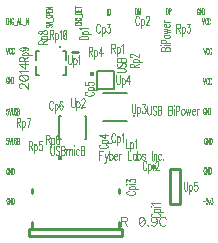
<source format=gto>
G04 DipTrace 2.4.0.2*
%INUSBBiPower.gto*%
%MOIN*%
%ADD10C,0.0098*%
%ADD13C,0.006*%
%ADD30O,0.0114X0.012*%
%ADD34O,0.0102X0.0108*%
%ADD41C,0.0125*%
%ADD45O,0.0144X0.0163*%
%ADD47C,0.0154*%
%ADD49C,0.0157*%
%ADD77C,0.0046*%
%ADD78C,0.0022*%
%ADD79C,0.0033*%
%FSLAX44Y44*%
G04*
G70*
G90*
G75*
G01*
%LNTopSilk*%
%LPD*%
X6220Y9771D2*
D10*
X6416D1*
X5039Y9287D2*
D13*
Y8992D1*
Y9484D2*
Y9779D1*
X6023Y9484D2*
Y9779D1*
Y8992D2*
Y9287D1*
D30*
X5826Y9928D3*
X5039Y8992D2*
D13*
X5137D1*
X5925D2*
X6023D1*
Y9779D2*
X5925D1*
X5039D2*
X5137D1*
X5853Y6850D2*
X5794D1*
Y7637D1*
X5853D1*
X6699D2*
X6640D1*
X6699D2*
Y6850D1*
X6640D1*
D34*
X6563Y7877D3*
X7261Y7468D2*
D13*
X8048D1*
X7261Y8374D2*
X8048D1*
D41*
X8279Y7609D3*
X7610Y9133D2*
D13*
X7057D1*
Y8529D1*
X7610D1*
Y9133D1*
D45*
X6892Y9029D3*
D47*
X8957Y5923D3*
X9498Y5870D2*
D10*
Y4689D1*
X9813Y5870D2*
Y4689D1*
X9498D2*
X9813D1*
X9498Y5870D2*
X9813D1*
X4789Y3866D2*
X7884D1*
X7793Y5059D2*
Y5173D1*
X4880Y5059D2*
Y5173D1*
Y3866D2*
Y4091D1*
X7793Y3866D2*
Y4091D1*
D49*
X5825Y6228D3*
X4789Y3630D2*
D10*
X7884D1*
X4789Y3866D2*
Y3630D1*
X7884Y3866D2*
Y3630D1*
X7667Y6978D2*
D77*
X7659Y7007D1*
X7641Y7035D1*
X7624Y7050D1*
X7590D1*
X7572Y7035D1*
X7555Y7007D1*
X7547Y6978D1*
X7538Y6935D1*
Y6863D1*
X7547Y6820D1*
X7555Y6791D1*
X7572Y6763D1*
X7590Y6748D1*
X7624D1*
X7641Y6763D1*
X7659Y6791D1*
X7667Y6820D1*
X7723Y6949D2*
Y6648D1*
Y6906D2*
X7740Y6935D1*
X7757Y6949D1*
X7783D1*
X7800Y6935D1*
X7817Y6906D1*
X7826Y6863D1*
Y6834D1*
X7817Y6791D1*
X7800Y6762D1*
X7783Y6748D1*
X7757D1*
X7740Y6762D1*
X7723Y6791D1*
X7882Y6992D2*
X7899Y7007D1*
X7925Y7049D1*
Y6748D1*
X8464Y10885D2*
X8455Y10913D1*
X8438Y10942D1*
X8421Y10956D1*
X8386D1*
X8369Y10942D1*
X8352Y10913D1*
X8343Y10885D1*
X8334Y10842D1*
Y10770D1*
X8343Y10727D1*
X8352Y10698D1*
X8369Y10670D1*
X8386Y10655D1*
X8421D1*
X8438Y10670D1*
X8455Y10698D1*
X8464Y10727D1*
X8519Y10856D2*
Y10554D1*
Y10813D2*
X8536Y10841D1*
X8554Y10856D1*
X8579D1*
X8597Y10841D1*
X8614Y10813D1*
X8623Y10770D1*
Y10741D1*
X8614Y10698D1*
X8597Y10669D1*
X8579Y10655D1*
X8554D1*
X8536Y10669D1*
X8519Y10698D1*
X8687Y10884D2*
Y10899D1*
X8696Y10928D1*
X8704Y10942D1*
X8721Y10956D1*
X8756D1*
X8773Y10942D1*
X8781Y10928D1*
X8790Y10899D1*
Y10870D1*
X8781Y10841D1*
X8764Y10799D1*
X8678Y10655D1*
X8799D1*
X7157Y10624D2*
X7148Y10653D1*
X7131Y10682D1*
X7114Y10696D1*
X7079D1*
X7062Y10682D1*
X7045Y10653D1*
X7036Y10624D1*
X7028Y10581D1*
Y10509D1*
X7036Y10467D1*
X7045Y10438D1*
X7062Y10409D1*
X7079Y10395D1*
X7114D1*
X7131Y10409D1*
X7148Y10438D1*
X7157Y10467D1*
X7212Y10596D2*
Y10294D1*
Y10552D2*
X7230Y10581D1*
X7247Y10596D1*
X7273D1*
X7290Y10581D1*
X7307Y10552D1*
X7316Y10509D1*
Y10480D1*
X7307Y10438D1*
X7290Y10409D1*
X7273Y10395D1*
X7247D1*
X7230Y10409D1*
X7212Y10438D1*
X7389Y10696D2*
X7483D1*
X7432Y10581D1*
X7457D1*
X7475Y10567D1*
X7483Y10552D1*
X7492Y10509D1*
Y10481D1*
X7483Y10438D1*
X7466Y10409D1*
X7440Y10395D1*
X7414D1*
X7389Y10409D1*
X7380Y10423D1*
X7371Y10452D1*
X7184Y6676D2*
X7155Y6668D1*
X7126Y6650D1*
X7112Y6633D1*
Y6599D1*
X7126Y6582D1*
X7155Y6564D1*
X7184Y6556D1*
X7227Y6547D1*
X7299D1*
X7342Y6556D1*
X7371Y6564D1*
X7399Y6582D1*
X7414Y6599D1*
Y6633D1*
X7399Y6650D1*
X7371Y6668D1*
X7342Y6676D1*
X7213Y6732D2*
X7514D1*
X7256D2*
X7227Y6749D1*
X7213Y6766D1*
Y6792D1*
X7227Y6809D1*
X7256Y6827D1*
X7299Y6835D1*
X7328D1*
X7371Y6827D1*
X7399Y6809D1*
X7414Y6792D1*
Y6766D1*
X7399Y6749D1*
X7371Y6732D1*
X7414Y6977D2*
X7113D1*
X7313Y6891D1*
Y7020D1*
X6720Y8432D2*
X6692Y8423D1*
X6663Y8406D1*
X6648Y8389D1*
Y8354D1*
X6663Y8337D1*
X6692Y8320D1*
X6720Y8311D1*
X6763Y8303D1*
X6835D1*
X6878Y8311D1*
X6907Y8320D1*
X6935Y8337D1*
X6950Y8354D1*
Y8389D1*
X6935Y8406D1*
X6907Y8423D1*
X6878Y8432D1*
X6749Y8487D2*
X7050D1*
X6792D2*
X6764Y8505D1*
X6749Y8522D1*
Y8548D1*
X6764Y8565D1*
X6792Y8582D1*
X6835Y8591D1*
X6864D1*
X6907Y8582D1*
X6936Y8565D1*
X6950Y8548D1*
Y8522D1*
X6936Y8505D1*
X6907Y8487D1*
X6649Y8750D2*
Y8664D1*
X6778Y8655D1*
X6764Y8664D1*
X6749Y8690D1*
Y8715D1*
X6764Y8741D1*
X6792Y8758D1*
X6835Y8767D1*
X6864D1*
X6907Y8758D1*
X6936Y8741D1*
X6950Y8715D1*
Y8690D1*
X6936Y8664D1*
X6921Y8655D1*
X6893Y8646D1*
X5586Y8058D2*
X5577Y8087D1*
X5560Y8116D1*
X5543Y8130D1*
X5509D1*
X5491Y8116D1*
X5474Y8087D1*
X5465Y8058D1*
X5457Y8015D1*
Y7943D1*
X5465Y7900D1*
X5474Y7872D1*
X5491Y7843D1*
X5509Y7828D1*
X5543D1*
X5560Y7843D1*
X5577Y7872D1*
X5586Y7900D1*
X5641Y8029D2*
Y7728D1*
Y7986D2*
X5659Y8015D1*
X5676Y8029D1*
X5702D1*
X5719Y8015D1*
X5736Y7986D1*
X5745Y7943D1*
Y7914D1*
X5736Y7872D1*
X5719Y7843D1*
X5702Y7828D1*
X5676D1*
X5659Y7843D1*
X5641Y7872D1*
X5904Y8087D2*
X5895Y8115D1*
X5869Y8130D1*
X5852D1*
X5826Y8115D1*
X5809Y8072D1*
X5801Y8001D1*
Y7929D1*
X5809Y7872D1*
X5826Y7843D1*
X5852Y7828D1*
X5861D1*
X5886Y7843D1*
X5904Y7872D1*
X5912Y7915D1*
Y7929D1*
X5904Y7972D1*
X5886Y8001D1*
X5861Y8015D1*
X5852D1*
X5826Y8001D1*
X5809Y7972D1*
X5801Y7929D1*
X8927Y4379D2*
X8899Y4370D1*
X8870Y4353D1*
X8856Y4336D1*
Y4301D1*
X8870Y4284D1*
X8899Y4267D1*
X8927Y4258D1*
X8971Y4250D1*
X9043D1*
X9085Y4258D1*
X9114Y4267D1*
X9143Y4284D1*
X9157Y4301D1*
Y4336D1*
X9143Y4353D1*
X9114Y4370D1*
X9085Y4379D1*
X8956Y4434D2*
X9258D1*
X8999D2*
X8971Y4452D1*
X8956Y4469D1*
Y4495D1*
X8971Y4512D1*
X8999Y4529D1*
X9043Y4538D1*
X9071D1*
X9114Y4529D1*
X9143Y4512D1*
X9157Y4495D1*
Y4469D1*
X9143Y4452D1*
X9114Y4434D1*
X8856Y4593D2*
X8870Y4602D1*
X8856Y4611D1*
X8841Y4602D1*
X8856Y4593D1*
X8956Y4602D2*
X9157D1*
X8914Y4666D2*
X8899Y4684D1*
X8856Y4709D1*
X9157D1*
X8702Y6052D2*
X8694Y6080D1*
X8676Y6109D1*
X8659Y6124D1*
X8625D1*
X8607Y6109D1*
X8590Y6080D1*
X8582Y6052D1*
X8573Y6009D1*
Y5937D1*
X8582Y5894D1*
X8590Y5865D1*
X8607Y5837D1*
X8625Y5822D1*
X8659D1*
X8676Y5837D1*
X8694Y5865D1*
X8702Y5894D1*
X8758Y6023D2*
Y5722D1*
Y5980D2*
X8775Y6008D1*
X8792Y6023D1*
X8818D1*
X8835Y6008D1*
X8852Y5980D1*
X8861Y5937D1*
Y5908D1*
X8852Y5865D1*
X8835Y5836D1*
X8818Y5822D1*
X8792D1*
X8775Y5836D1*
X8758Y5865D1*
X8917Y6124D2*
X8925Y6109D1*
X8934Y6124D1*
X8925Y6138D1*
X8917Y6124D1*
X8925Y6023D2*
Y5822D1*
X8998Y6052D2*
Y6066D1*
X9007Y6095D1*
X9016Y6109D1*
X9033Y6123D1*
X9067D1*
X9084Y6109D1*
X9093Y6095D1*
X9102Y6066D1*
Y6037D1*
X9093Y6008D1*
X9076Y5966D1*
X8990Y5822D1*
X9110D1*
X8108Y5123D2*
X8079Y5115D1*
X8050Y5097D1*
X8036Y5080D1*
Y5046D1*
X8050Y5029D1*
X8079Y5011D1*
X8108Y5003D1*
X8151Y4994D1*
X8223D1*
X8265Y5003D1*
X8294Y5011D1*
X8323Y5029D1*
X8337Y5046D1*
Y5080D1*
X8323Y5097D1*
X8294Y5115D1*
X8265Y5123D1*
X8136Y5179D2*
X8438D1*
X8180D2*
X8151Y5196D1*
X8136Y5213D1*
Y5239D1*
X8151Y5256D1*
X8180Y5274D1*
X8223Y5282D1*
X8252D1*
X8294Y5274D1*
X8323Y5256D1*
X8337Y5239D1*
Y5213D1*
X8323Y5196D1*
X8294Y5179D1*
X8036Y5338D2*
X8050Y5346D1*
X8036Y5355D1*
X8021Y5346D1*
X8036Y5338D1*
X8136Y5346D2*
X8337D1*
X8036Y5428D2*
Y5523D1*
X8151Y5471D1*
Y5497D1*
X8165Y5514D1*
X8180Y5523D1*
X8223Y5531D1*
X8251D1*
X8294Y5523D1*
X8323Y5505D1*
X8337Y5480D1*
Y5454D1*
X8323Y5428D1*
X8309Y5420D1*
X8280Y5411D1*
X6463Y10182D2*
X6765D1*
Y10242D1*
X6750Y10268D1*
X6722Y10286D1*
X6693Y10294D1*
X6650Y10303D1*
X6578D1*
X6535Y10294D1*
X6507Y10286D1*
X6478Y10268D1*
X6463Y10242D1*
Y10182D1*
X6564Y10358D2*
X6865D1*
X6607D2*
X6578Y10376D1*
X6564Y10393D1*
Y10419D1*
X6578Y10436D1*
X6607Y10453D1*
X6650Y10462D1*
X6679D1*
X6722Y10453D1*
X6751Y10436D1*
X6765Y10419D1*
Y10393D1*
X6751Y10376D1*
X6722Y10358D1*
X6521Y10517D2*
X6507Y10535D1*
X6464Y10561D1*
X6765D1*
X8008Y6846D2*
Y6544D1*
X8112D1*
X8167Y6745D2*
Y6444D1*
Y6702D2*
X8184Y6730D1*
X8202Y6745D1*
X8227D1*
X8245Y6730D1*
X8262Y6702D1*
X8271Y6659D1*
Y6630D1*
X8262Y6587D1*
X8245Y6558D1*
X8227Y6544D1*
X8202D1*
X8184Y6558D1*
X8167Y6587D1*
X8326Y6788D2*
X8344Y6802D1*
X8369Y6845D1*
Y6544D1*
X7536Y9884D2*
X7614D1*
X7640Y9898D1*
X7648Y9912D1*
X7657Y9941D1*
Y9970D1*
X7648Y9998D1*
X7640Y10013D1*
X7614Y10027D1*
X7536D1*
Y9726D1*
X7597Y9884D2*
X7657Y9726D1*
X7713Y9927D2*
Y9625D1*
Y9884D2*
X7730Y9912D1*
X7747Y9927D1*
X7773D1*
X7790Y9912D1*
X7807Y9884D1*
X7816Y9841D1*
Y9812D1*
X7807Y9769D1*
X7790Y9740D1*
X7773Y9726D1*
X7747D1*
X7730Y9740D1*
X7713Y9769D1*
X7872Y9970D2*
X7889Y9984D1*
X7915Y10027D1*
Y9726D1*
X8285Y9241D2*
Y9319D1*
X8270Y9344D1*
X8256Y9353D1*
X8227Y9362D1*
X8199D1*
X8170Y9353D1*
X8156Y9344D1*
X8141Y9319D1*
Y9241D1*
X8443D1*
X8285Y9301D2*
X8443Y9362D1*
X8242Y9417D2*
X8543D1*
X8285D2*
X8256Y9435D1*
X8242Y9452D1*
Y9478D1*
X8256Y9495D1*
X8285Y9512D1*
X8328Y9521D1*
X8357D1*
X8400Y9512D1*
X8428Y9495D1*
X8443Y9478D1*
Y9452D1*
X8428Y9435D1*
X8400Y9417D1*
X8213Y9585D2*
X8199D1*
X8170Y9594D1*
X8156Y9602D1*
X8142Y9620D1*
Y9654D1*
X8156Y9671D1*
X8170Y9680D1*
X8199Y9688D1*
X8227D1*
X8256Y9680D1*
X8299Y9663D1*
X8443Y9576D1*
Y9697D1*
X9706Y10556D2*
X9784D1*
X9810Y10570D1*
X9818Y10585D1*
X9827Y10613D1*
Y10642D1*
X9818Y10670D1*
X9810Y10685D1*
X9784Y10699D1*
X9706D1*
Y10398D1*
X9767Y10556D2*
X9827Y10398D1*
X9883Y10599D2*
Y10297D1*
Y10556D2*
X9900Y10584D1*
X9917Y10599D1*
X9943D1*
X9960Y10584D1*
X9977Y10556D1*
X9986Y10513D1*
Y10484D1*
X9977Y10441D1*
X9960Y10412D1*
X9943Y10398D1*
X9917D1*
X9900Y10412D1*
X9883Y10441D1*
X10059Y10699D2*
X10153D1*
X10102Y10584D1*
X10128D1*
X10145Y10570D1*
X10153Y10556D1*
X10162Y10513D1*
Y10484D1*
X10153Y10441D1*
X10136Y10412D1*
X10111Y10398D1*
X10085D1*
X10059Y10412D1*
X10050Y10427D1*
X10042Y10455D1*
X6777Y9778D2*
X6855D1*
X6881Y9792D1*
X6889Y9807D1*
X6898Y9835D1*
Y9864D1*
X6889Y9892D1*
X6881Y9907D1*
X6855Y9921D1*
X6777D1*
Y9620D1*
X6838Y9778D2*
X6898Y9620D1*
X6954Y9821D2*
Y9519D1*
Y9778D2*
X6971Y9806D1*
X6988Y9821D1*
X7014D1*
X7031Y9806D1*
X7048Y9778D1*
X7057Y9735D1*
Y9706D1*
X7048Y9663D1*
X7031Y9634D1*
X7014Y9620D1*
X6988D1*
X6971Y9634D1*
X6954Y9663D1*
X7199Y9620D2*
Y9921D1*
X7113Y9720D1*
X7242D1*
X4781Y6636D2*
X4858D1*
X4884Y6651D1*
X4893Y6665D1*
X4901Y6693D1*
Y6722D1*
X4893Y6751D1*
X4884Y6765D1*
X4858Y6780D1*
X4781D1*
Y6478D1*
X4841Y6636D2*
X4901Y6478D1*
X4957Y6679D2*
Y6378D1*
Y6636D2*
X4974Y6664D1*
X4991Y6679D1*
X5017D1*
X5035Y6664D1*
X5052Y6636D1*
X5060Y6593D1*
Y6564D1*
X5052Y6521D1*
X5035Y6492D1*
X5017Y6478D1*
X4991D1*
X4974Y6492D1*
X4957Y6521D1*
X5219Y6779D2*
X5133D1*
X5125Y6650D1*
X5133Y6664D1*
X5159Y6679D1*
X5185D1*
X5211Y6664D1*
X5228Y6636D1*
X5237Y6593D1*
Y6564D1*
X5228Y6521D1*
X5211Y6492D1*
X5185Y6478D1*
X5159D1*
X5133Y6492D1*
X5125Y6507D1*
X5116Y6535D1*
X5358Y6844D2*
X5435D1*
X5461Y6858D1*
X5470Y6873D1*
X5478Y6901D1*
Y6930D1*
X5470Y6958D1*
X5461Y6973D1*
X5435Y6987D1*
X5358D1*
Y6686D1*
X5418Y6844D2*
X5478Y6686D1*
X5534Y6887D2*
Y6585D1*
Y6844D2*
X5551Y6872D1*
X5568Y6887D1*
X5594D1*
X5612Y6872D1*
X5629Y6844D1*
X5637Y6801D1*
Y6772D1*
X5629Y6729D1*
X5612Y6700D1*
X5594Y6686D1*
X5568D1*
X5551Y6700D1*
X5534Y6729D1*
X5796Y6944D2*
X5788Y6973D1*
X5762Y6987D1*
X5745D1*
X5719Y6973D1*
X5702Y6930D1*
X5693Y6858D1*
Y6786D1*
X5702Y6729D1*
X5719Y6700D1*
X5745Y6686D1*
X5753D1*
X5779Y6700D1*
X5796Y6729D1*
X5805Y6772D1*
Y6786D1*
X5796Y6829D1*
X5779Y6858D1*
X5753Y6872D1*
X5745D1*
X5719Y6858D1*
X5702Y6829D1*
X5693Y6786D1*
X4376Y7422D2*
X4454D1*
X4479Y7436D1*
X4488Y7450D1*
X4497Y7479D1*
Y7508D1*
X4488Y7536D1*
X4479Y7551D1*
X4454Y7565D1*
X4376D1*
Y7264D1*
X4436Y7422D2*
X4497Y7264D1*
X4552Y7465D2*
Y7163D1*
Y7422D2*
X4570Y7450D1*
X4587Y7465D1*
X4613D1*
X4630Y7450D1*
X4647Y7422D1*
X4656Y7378D1*
Y7350D1*
X4647Y7307D1*
X4630Y7278D1*
X4613Y7264D1*
X4587D1*
X4570Y7278D1*
X4552Y7307D1*
X4746Y7264D2*
X4832Y7565D1*
X4711D1*
X5247Y10020D2*
Y10098D1*
X5232Y10123D1*
X5218Y10132D1*
X5190Y10141D1*
X5161D1*
X5132Y10132D1*
X5118Y10123D1*
X5103Y10098D1*
Y10020D1*
X5405D1*
X5247Y10081D2*
X5405Y10141D1*
X5204Y10196D2*
X5505D1*
X5247D2*
X5218Y10214D1*
X5204Y10231D1*
Y10257D1*
X5218Y10274D1*
X5247Y10291D1*
X5290Y10300D1*
X5319D1*
X5362Y10291D1*
X5390Y10274D1*
X5405Y10257D1*
Y10231D1*
X5390Y10214D1*
X5362Y10196D1*
X5104Y10398D2*
X5118Y10373D1*
X5146Y10364D1*
X5175D1*
X5204Y10373D1*
X5218Y10390D1*
X5233Y10424D1*
X5247Y10450D1*
X5276Y10467D1*
X5304Y10476D1*
X5347D1*
X5376Y10467D1*
X5390Y10459D1*
X5405Y10433D1*
Y10398D1*
X5390Y10373D1*
X5376Y10364D1*
X5347Y10355D1*
X5304D1*
X5276Y10364D1*
X5247Y10381D1*
X5233Y10407D1*
X5218Y10441D1*
X5204Y10459D1*
X5175Y10467D1*
X5146D1*
X5118Y10459D1*
X5104Y10433D1*
Y10398D1*
X4615Y9464D2*
Y9541D1*
X4600Y9567D1*
X4586Y9576D1*
X4557Y9584D1*
X4528D1*
X4500Y9576D1*
X4485Y9567D1*
X4471Y9541D1*
Y9464D1*
X4772D1*
X4615Y9524D2*
X4772Y9584D1*
X4572Y9640D2*
X4873D1*
X4615D2*
X4586Y9657D1*
X4572Y9674D1*
Y9700D1*
X4586Y9717D1*
X4615Y9734D1*
X4658Y9743D1*
X4687D1*
X4729Y9734D1*
X4758Y9717D1*
X4772Y9700D1*
Y9674D1*
X4758Y9657D1*
X4729Y9640D1*
X4572Y9911D2*
X4615Y9902D1*
X4643Y9885D1*
X4658Y9859D1*
Y9851D1*
X4643Y9825D1*
X4615Y9808D1*
X4572Y9799D1*
X4557D1*
X4514Y9808D1*
X4486Y9825D1*
X4471Y9851D1*
Y9859D1*
X4486Y9885D1*
X4514Y9902D1*
X4572Y9911D1*
X4643D1*
X4715Y9902D1*
X4758Y9885D1*
X4772Y9859D1*
Y9842D1*
X4758Y9816D1*
X4729Y9808D1*
X5483Y10344D2*
X5561D1*
X5587Y10359D1*
X5595Y10373D1*
X5604Y10401D1*
Y10430D1*
X5595Y10459D1*
X5587Y10473D1*
X5561Y10488D1*
X5483D1*
Y10186D1*
X5544Y10344D2*
X5604Y10186D1*
X5659Y10387D2*
Y10086D1*
Y10344D2*
X5677Y10372D1*
X5694Y10387D1*
X5720D1*
X5737Y10372D1*
X5754Y10344D1*
X5763Y10301D1*
Y10272D1*
X5754Y10229D1*
X5737Y10200D1*
X5720Y10186D1*
X5694D1*
X5677Y10200D1*
X5659Y10229D1*
X5819Y10430D2*
X5836Y10444D1*
X5862Y10487D1*
Y10186D1*
X5969Y10487D2*
X5943Y10473D1*
X5926Y10430D1*
X5917Y10358D1*
Y10315D1*
X5926Y10243D1*
X5943Y10200D1*
X5969Y10186D1*
X5986D1*
X6012Y10200D1*
X6029Y10243D1*
X6038Y10315D1*
Y10358D1*
X6029Y10430D1*
X6012Y10473D1*
X5986Y10487D1*
X5969D1*
X6029Y10430D2*
X5926Y10243D1*
X6093Y9653D2*
Y9438D1*
X6102Y9395D1*
X6119Y9366D1*
X6145Y9351D1*
X6162D1*
X6188Y9366D1*
X6205Y9395D1*
X6214Y9438D1*
Y9653D1*
X6269Y9552D2*
Y9251D1*
Y9509D2*
X6287Y9538D1*
X6304Y9552D1*
X6330D1*
X6347Y9538D1*
X6364Y9509D1*
X6373Y9466D1*
Y9437D1*
X6364Y9395D1*
X6347Y9366D1*
X6330Y9351D1*
X6304D1*
X6287Y9366D1*
X6269Y9395D1*
X6428Y9595D2*
X6446Y9610D1*
X6472Y9653D1*
Y9351D1*
X6195Y8214D2*
Y7998D1*
X6204Y7955D1*
X6221Y7927D1*
X6247Y7912D1*
X6264D1*
X6290Y7927D1*
X6308Y7955D1*
X6316Y7998D1*
Y8214D1*
X6372Y8113D2*
Y7812D1*
Y8070D2*
X6389Y8098D1*
X6406Y8113D1*
X6432D1*
X6449Y8098D1*
X6466Y8070D1*
X6475Y8027D1*
Y7998D1*
X6466Y7955D1*
X6449Y7926D1*
X6432Y7912D1*
X6406D1*
X6389Y7926D1*
X6372Y7955D1*
X6539Y8142D2*
Y8156D1*
X6548Y8185D1*
X6557Y8199D1*
X6574Y8213D1*
X6608D1*
X6625Y8199D1*
X6634Y8185D1*
X6643Y8156D1*
Y8127D1*
X6634Y8098D1*
X6617Y8056D1*
X6531Y7912D1*
X6651D1*
X8217Y8023D2*
Y7808D1*
X8226Y7764D1*
X8243Y7736D1*
X8269Y7721D1*
X8286D1*
X8312Y7736D1*
X8329Y7764D1*
X8338Y7808D1*
Y8023D1*
X8393Y7922D2*
Y7621D1*
Y7879D2*
X8411Y7908D1*
X8428Y7922D1*
X8454D1*
X8471Y7908D1*
X8488Y7879D1*
X8497Y7836D1*
Y7807D1*
X8488Y7764D1*
X8471Y7736D1*
X8454Y7721D1*
X8428D1*
X8411Y7736D1*
X8393Y7764D1*
X8570Y8022D2*
X8664D1*
X8613Y7908D1*
X8638D1*
X8656Y7893D1*
X8664Y7879D1*
X8673Y7836D1*
Y7808D1*
X8664Y7764D1*
X8647Y7736D1*
X8621Y7721D1*
X8595D1*
X8570Y7736D1*
X8561Y7750D1*
X8552Y7779D1*
X7703Y8980D2*
Y8765D1*
X7711Y8721D1*
X7728Y8693D1*
X7754Y8678D1*
X7771D1*
X7797Y8693D1*
X7815Y8721D1*
X7823Y8765D1*
Y8980D1*
X7879Y8879D2*
Y8578D1*
Y8836D2*
X7896Y8865D1*
X7913Y8879D1*
X7939D1*
X7956Y8865D1*
X7973Y8836D1*
X7982Y8793D1*
Y8764D1*
X7973Y8721D1*
X7956Y8693D1*
X7939Y8678D1*
X7913D1*
X7896Y8693D1*
X7879Y8721D1*
X8124Y8678D2*
Y8979D1*
X8038Y8779D1*
X8167D1*
X9952Y5433D2*
Y5218D1*
X9960Y5175D1*
X9978Y5146D1*
X10003Y5132D1*
X10021D1*
X10046Y5146D1*
X10064Y5175D1*
X10072Y5218D1*
Y5433D1*
X10128Y5333D2*
Y5031D1*
Y5289D2*
X10145Y5318D1*
X10162Y5333D1*
X10188D1*
X10205Y5318D1*
X10223Y5289D1*
X10231Y5246D1*
Y5217D1*
X10223Y5175D1*
X10205Y5146D1*
X10188Y5132D1*
X10162D1*
X10145Y5146D1*
X10128Y5175D1*
X10390Y5433D2*
X10304D1*
X10296Y5304D1*
X10304Y5318D1*
X10330Y5333D1*
X10356D1*
X10382Y5318D1*
X10399Y5289D1*
X10407Y5246D1*
Y5218D1*
X10399Y5175D1*
X10382Y5146D1*
X10356Y5132D1*
X10330D1*
X10304Y5146D1*
X10296Y5160D1*
X10287Y5189D1*
X5506Y6624D2*
Y6409D1*
X5515Y6366D1*
X5532Y6337D1*
X5558Y6323D1*
X5575D1*
X5601Y6337D1*
X5618Y6366D1*
X5627Y6409D1*
Y6624D1*
X5803Y6581D2*
X5786Y6610D1*
X5760Y6624D1*
X5725D1*
X5700Y6610D1*
X5682Y6581D1*
Y6553D1*
X5691Y6524D1*
X5700Y6509D1*
X5717Y6495D1*
X5768Y6466D1*
X5786Y6452D1*
X5794Y6437D1*
X5803Y6409D1*
Y6366D1*
X5786Y6337D1*
X5760Y6323D1*
X5725D1*
X5700Y6337D1*
X5682Y6366D1*
X5858Y6624D2*
Y6323D1*
X5936D1*
X5962Y6337D1*
X5970Y6352D1*
X5979Y6380D1*
Y6423D1*
X5970Y6452D1*
X5962Y6466D1*
X5936Y6481D1*
X5962Y6495D1*
X5970Y6509D1*
X5979Y6538D1*
Y6567D1*
X5970Y6595D1*
X5962Y6610D1*
X5936Y6624D1*
X5858D1*
Y6481D2*
X5936D1*
X6035Y6524D2*
Y6323D1*
Y6466D2*
X6060Y6509D1*
X6078Y6524D1*
X6103D1*
X6121Y6509D1*
X6129Y6466D1*
Y6323D1*
Y6466D2*
X6155Y6509D1*
X6172Y6524D1*
X6198D1*
X6215Y6509D1*
X6224Y6466D1*
Y6323D1*
X6280Y6624D2*
X6288Y6610D1*
X6297Y6624D1*
X6288Y6639D1*
X6280Y6624D1*
X6288Y6524D2*
Y6323D1*
X6456Y6481D2*
X6439Y6509D1*
X6422Y6524D1*
X6396D1*
X6379Y6509D1*
X6361Y6481D1*
X6353Y6437D1*
Y6409D1*
X6361Y6366D1*
X6379Y6337D1*
X6396Y6323D1*
X6422D1*
X6439Y6337D1*
X6456Y6366D1*
X6512Y6624D2*
Y6323D1*
X6589D1*
X6615Y6337D1*
X6624Y6352D1*
X6632Y6380D1*
Y6423D1*
X6624Y6452D1*
X6615Y6466D1*
X6589Y6481D1*
X6615Y6495D1*
X6624Y6509D1*
X6632Y6538D1*
Y6567D1*
X6624Y6595D1*
X6615Y6610D1*
X6589Y6624D1*
X6512D1*
Y6481D2*
X6589D1*
X10700Y6848D2*
D78*
X10695Y6867D1*
X10685Y6887D1*
X10676Y6896D1*
X10657D1*
X10647Y6887D1*
X10638Y6867D1*
X10633Y6848D1*
X10628Y6820D1*
Y6772D1*
X10633Y6743D1*
X10638Y6724D1*
X10647Y6705D1*
X10657Y6695D1*
X10676D1*
X10685Y6705D1*
X10695Y6724D1*
X10700Y6743D1*
Y6772D1*
X10676D1*
X10789Y6896D2*
Y6695D1*
X10722Y6896D1*
Y6695D1*
X10811Y6896D2*
Y6695D1*
X10844D1*
X10858Y6705D1*
X10868Y6724D1*
X10873Y6743D1*
X10878Y6772D1*
Y6820D1*
X10873Y6848D1*
X10868Y6867D1*
X10858Y6887D1*
X10844Y6896D1*
X10811D1*
X10454Y11162D2*
X10449Y11181D1*
X10439Y11201D1*
X10430Y11210D1*
X10411D1*
X10401Y11201D1*
X10392Y11181D1*
X10387Y11162D1*
X10382Y11134D1*
Y11086D1*
X10387Y11057D1*
X10392Y11038D1*
X10401Y11019D1*
X10411Y11009D1*
X10430D1*
X10439Y11019D1*
X10449Y11038D1*
X10454Y11057D1*
Y11086D1*
X10430D1*
X10543Y11210D2*
Y11009D1*
X10476Y11210D1*
Y11009D1*
X10564Y11210D2*
Y11009D1*
X10598D1*
X10612Y11019D1*
X10622Y11038D1*
X10627Y11057D1*
X10631Y11086D1*
Y11134D1*
X10627Y11162D1*
X10622Y11181D1*
X10612Y11201D1*
X10598Y11210D1*
X10564D1*
X4084Y7871D2*
X4036D1*
X4031Y7785D1*
X4036Y7795D1*
X4050Y7805D1*
X4065D1*
X4079Y7795D1*
X4089Y7776D1*
X4093Y7747D1*
Y7728D1*
X4089Y7699D1*
X4079Y7680D1*
X4065Y7671D1*
X4050D1*
X4036Y7680D1*
X4031Y7690D1*
X4026Y7709D1*
X4115Y7872D2*
X4154Y7671D1*
X4192Y7872D1*
X4214D2*
Y7728D1*
X4218Y7699D1*
X4228Y7680D1*
X4242Y7671D1*
X4252D1*
X4266Y7680D1*
X4276Y7699D1*
X4281Y7728D1*
Y7872D1*
X4369Y7843D2*
X4360Y7862D1*
X4346Y7872D1*
X4326D1*
X4312Y7862D1*
X4302Y7843D1*
Y7824D1*
X4307Y7805D1*
X4312Y7795D1*
X4322Y7786D1*
X4350Y7766D1*
X4360Y7757D1*
X4365Y7747D1*
X4369Y7728D1*
Y7699D1*
X4360Y7680D1*
X4346Y7671D1*
X4326D1*
X4312Y7680D1*
X4302Y7699D1*
X4391Y7872D2*
Y7671D1*
X4434D1*
X4449Y7680D1*
X4454Y7690D1*
X4458Y7709D1*
Y7738D1*
X4454Y7757D1*
X4449Y7766D1*
X4434Y7776D1*
X4449Y7786D1*
X4454Y7795D1*
X4458Y7814D1*
Y7833D1*
X4454Y7852D1*
X4449Y7862D1*
X4434Y7872D1*
X4391D1*
Y7776D2*
X4434D1*
X4106Y5830D2*
X4101Y5849D1*
X4091Y5868D1*
X4082Y5877D1*
X4063D1*
X4053Y5868D1*
X4044Y5849D1*
X4039Y5830D1*
X4034Y5801D1*
Y5753D1*
X4039Y5724D1*
X4044Y5705D1*
X4053Y5686D1*
X4063Y5676D1*
X4082D1*
X4091Y5686D1*
X4101Y5705D1*
X4106Y5724D1*
Y5753D1*
X4082D1*
X4195Y5877D2*
Y5676D1*
X4128Y5877D1*
Y5676D1*
X4217Y5877D2*
Y5676D1*
X4250D1*
X4264Y5686D1*
X4274Y5705D1*
X4279Y5724D1*
X4284Y5753D1*
Y5801D1*
X4279Y5830D1*
X4274Y5849D1*
X4264Y5868D1*
X4250Y5877D1*
X4217D1*
X6376Y10720D2*
X6357Y10716D1*
X6338Y10706D1*
X6329Y10696D1*
Y10677D1*
X6338Y10668D1*
X6357Y10658D1*
X6376Y10653D1*
X6405Y10649D1*
X6453D1*
X6482Y10653D1*
X6501Y10658D1*
X6520Y10668D1*
X6530Y10677D1*
Y10696D1*
X6520Y10706D1*
X6501Y10716D1*
X6482Y10720D1*
X6329Y10742D2*
X6530D1*
X6329Y10809D2*
X6530D1*
X6424Y10742D2*
Y10809D1*
X6376Y10903D2*
X6357Y10898D1*
X6338Y10888D1*
X6329Y10879D1*
Y10860D1*
X6338Y10850D1*
X6357Y10841D1*
X6376Y10836D1*
X6405Y10831D1*
X6453D1*
X6482Y10836D1*
X6501Y10841D1*
X6520Y10850D1*
X6530Y10860D1*
Y10879D1*
X6520Y10888D1*
X6501Y10898D1*
X6482Y10903D1*
X6453D1*
Y10879D1*
X6563Y10925D2*
Y11015D1*
X6329Y11037D2*
X6530D1*
Y11071D1*
X6520Y11085D1*
X6501Y11095D1*
X6482Y11100D1*
X6453Y11104D1*
X6405D1*
X6376Y11100D1*
X6357Y11095D1*
X6338Y11085D1*
X6329Y11071D1*
Y11037D1*
Y11188D2*
Y11126D1*
X6530D1*
Y11188D1*
X6424Y11126D2*
Y11164D1*
X6329Y11244D2*
X6530D1*
X6329Y11210D2*
Y11277D1*
X4078Y10843D2*
X4074Y10862D1*
X4064Y10881D1*
X4055Y10891D1*
X4035D1*
X4026Y10881D1*
X4016Y10862D1*
X4011Y10843D1*
X4007Y10814D1*
Y10766D1*
X4011Y10738D1*
X4016Y10718D1*
X4026Y10699D1*
X4035Y10690D1*
X4055D1*
X4064Y10699D1*
X4074Y10718D1*
X4078Y10738D1*
X4100Y10891D2*
Y10690D1*
X4167Y10891D2*
Y10690D1*
X4100Y10795D2*
X4167D1*
X4261Y10843D2*
X4256Y10862D1*
X4247Y10881D1*
X4237Y10891D1*
X4218D1*
X4208Y10881D1*
X4199Y10862D1*
X4194Y10843D1*
X4189Y10814D1*
Y10766D1*
X4194Y10738D1*
X4199Y10718D1*
X4208Y10699D1*
X4218Y10690D1*
X4237D1*
X4247Y10699D1*
X4256Y10718D1*
X4261Y10738D1*
Y10766D1*
X4237D1*
X4283Y10657D2*
X4374D1*
X4472Y10690D2*
X4434Y10891D1*
X4396Y10690D1*
X4410Y10757D2*
X4458D1*
X4494Y10891D2*
Y10690D1*
X4551D1*
X4573Y10657D2*
X4664D1*
X4753Y10891D2*
Y10690D1*
X4686Y10891D1*
Y10690D1*
X5372Y10649D2*
X5352Y10639D1*
X5343Y10625D1*
Y10606D1*
X5352Y10591D1*
X5372Y10582D1*
X5391D1*
X5410Y10586D1*
X5419Y10591D1*
X5429Y10601D1*
X5448Y10629D1*
X5458Y10639D1*
X5467Y10644D1*
X5486Y10649D1*
X5515D1*
X5534Y10639D1*
X5544Y10625D1*
Y10606D1*
X5534Y10591D1*
X5515Y10582D1*
X5343Y10670D2*
X5544Y10694D1*
X5343Y10718D1*
X5544Y10742D1*
X5343Y10766D1*
X5577Y10788D2*
Y10879D1*
X5343Y10929D2*
X5352Y10920D1*
X5372Y10910D1*
X5391Y10905D1*
X5419Y10901D1*
X5467D1*
X5496Y10905D1*
X5515Y10910D1*
X5534Y10920D1*
X5544Y10929D1*
Y10949D1*
X5534Y10958D1*
X5515Y10968D1*
X5496Y10972D1*
X5467Y10977D1*
X5419D1*
X5391Y10972D1*
X5372Y10968D1*
X5352Y10958D1*
X5343Y10949D1*
Y10929D1*
X5448Y10999D2*
Y11042D1*
X5439Y11056D1*
X5429Y11061D1*
X5410Y11066D1*
X5381D1*
X5362Y11061D1*
X5352Y11056D1*
X5343Y11042D1*
Y10999D1*
X5544D1*
X5343Y11150D2*
Y11088D1*
X5544D1*
Y11150D1*
X5439Y11088D2*
Y11126D1*
X5343Y11239D2*
X5544D1*
X5343Y11172D1*
X5544D1*
X7394Y11200D2*
Y10999D1*
X7416Y11200D2*
Y10999D1*
X7450D1*
X7464Y11009D1*
X7474Y11028D1*
X7478Y11047D1*
X7483Y11076D1*
Y11124D1*
X7478Y11152D1*
X7474Y11172D1*
X7464Y11191D1*
X7450Y11200D1*
X7416D1*
X8335Y11208D2*
Y11007D1*
X8368D1*
X8383Y11017D1*
X8392Y11036D1*
X8397Y11055D1*
X8402Y11084D1*
Y11132D1*
X8397Y11161D1*
X8392Y11180D1*
X8383Y11199D1*
X8368Y11208D1*
X8335D1*
X8500Y11007D2*
Y11208D1*
X8462Y11007D1*
X8424Y11208D1*
Y11007D1*
X9354Y11227D2*
Y11026D1*
X9388D1*
X9402Y11035D1*
X9412Y11054D1*
X9416Y11074D1*
X9421Y11102D1*
Y11150D1*
X9416Y11179D1*
X9412Y11198D1*
X9402Y11217D1*
X9388Y11227D1*
X9354D1*
X9443Y11121D2*
X9486D1*
X9500Y11131D1*
X9505Y11141D1*
X9510Y11160D1*
Y11188D1*
X9505Y11207D1*
X9500Y11217D1*
X9486Y11227D1*
X9443D1*
Y11026D1*
X8733Y7962D2*
D77*
Y7747D1*
X8742Y7704D1*
X8759Y7675D1*
X8785Y7661D1*
X8802D1*
X8828Y7675D1*
X8845Y7704D1*
X8854Y7747D1*
Y7962D1*
X9030Y7919D2*
X9013Y7948D1*
X8987Y7962D1*
X8952D1*
X8926Y7948D1*
X8909Y7919D1*
Y7891D1*
X8918Y7862D1*
X8926Y7847D1*
X8944Y7833D1*
X8995Y7804D1*
X9013Y7790D1*
X9021Y7776D1*
X9030Y7747D1*
Y7704D1*
X9013Y7675D1*
X8987Y7661D1*
X8952D1*
X8926Y7675D1*
X8909Y7704D1*
X9085Y7962D2*
Y7661D1*
X9163D1*
X9189Y7675D1*
X9197Y7690D1*
X9206Y7718D1*
Y7761D1*
X9197Y7790D1*
X9189Y7804D1*
X9163Y7819D1*
X9189Y7833D1*
X9197Y7847D1*
X9206Y7876D1*
Y7905D1*
X9197Y7933D1*
X9189Y7948D1*
X9163Y7962D1*
X9085D1*
Y7819D2*
X9163D1*
X9436Y7962D2*
Y7661D1*
X9514D1*
X9540Y7675D1*
X9548Y7690D1*
X9557Y7718D1*
Y7761D1*
X9548Y7790D1*
X9540Y7804D1*
X9514Y7819D1*
X9540Y7833D1*
X9548Y7847D1*
X9557Y7876D1*
Y7905D1*
X9548Y7933D1*
X9540Y7948D1*
X9514Y7962D1*
X9436D1*
Y7819D2*
X9514D1*
X9613Y7962D2*
X9621Y7948D1*
X9630Y7962D1*
X9621Y7977D1*
X9613Y7962D1*
X9621Y7862D2*
Y7661D1*
X9685Y7804D2*
X9763D1*
X9789Y7819D1*
X9797Y7833D1*
X9806Y7862D1*
Y7905D1*
X9797Y7933D1*
X9789Y7948D1*
X9763Y7962D1*
X9685D1*
Y7661D1*
X9905Y7862D2*
X9887Y7847D1*
X9870Y7819D1*
X9862Y7776D1*
Y7747D1*
X9870Y7704D1*
X9887Y7675D1*
X9905Y7661D1*
X9930D1*
X9948Y7675D1*
X9965Y7704D1*
X9974Y7747D1*
Y7776D1*
X9965Y7819D1*
X9948Y7847D1*
X9930Y7862D1*
X9905D1*
X10029D2*
X10064Y7661D1*
X10098Y7862D1*
X10132Y7661D1*
X10167Y7862D1*
X10223Y7776D2*
X10326D1*
Y7804D1*
X10317Y7833D1*
X10309Y7847D1*
X10291Y7862D1*
X10265D1*
X10248Y7847D1*
X10231Y7819D1*
X10223Y7776D1*
Y7747D1*
X10231Y7704D1*
X10248Y7675D1*
X10265Y7661D1*
X10291D1*
X10309Y7675D1*
X10326Y7704D1*
X10381Y7862D2*
Y7661D1*
Y7776D2*
X10390Y7819D1*
X10407Y7847D1*
X10425Y7862D1*
X10450D1*
X7855Y4117D2*
X7984D1*
X8027Y4131D1*
X8042Y4146D1*
X8056Y4174D1*
Y4203D1*
X8042Y4232D1*
X8027Y4246D1*
X7984Y4260D1*
X7855D1*
Y3959D1*
X7955Y4117D2*
X8056Y3959D1*
X8526Y4260D2*
X8483Y4246D1*
X8454Y4203D1*
X8440Y4131D1*
Y4088D1*
X8454Y4016D1*
X8483Y3973D1*
X8526Y3959D1*
X8555D1*
X8598Y3973D1*
X8626Y4016D1*
X8641Y4088D1*
Y4131D1*
X8626Y4203D1*
X8598Y4246D1*
X8555Y4260D1*
X8526D1*
X8626Y4203D2*
X8454Y4016D1*
X8748Y3988D2*
X8734Y3973D1*
X8748Y3959D1*
X8762Y3973D1*
X8748Y3988D1*
X9042Y4160D2*
X9027Y4117D1*
X8999Y4088D1*
X8956Y4074D1*
X8941D1*
X8898Y4088D1*
X8870Y4117D1*
X8855Y4160D1*
Y4174D1*
X8870Y4217D1*
X8898Y4246D1*
X8941Y4260D1*
X8956D1*
X8999Y4246D1*
X9027Y4217D1*
X9042Y4160D1*
Y4088D1*
X9027Y4016D1*
X8999Y3973D1*
X8956Y3959D1*
X8927D1*
X8884Y3973D1*
X8870Y4002D1*
X9350Y4189D2*
X9335Y4217D1*
X9307Y4246D1*
X9278Y4260D1*
X9221D1*
X9192Y4246D1*
X9163Y4217D1*
X9149Y4189D1*
X9134Y4146D1*
Y4074D1*
X9149Y4031D1*
X9163Y4002D1*
X9192Y3974D1*
X9221Y3959D1*
X9278D1*
X9307Y3974D1*
X9335Y4002D1*
X9350Y4031D1*
X7246Y6462D2*
X7134D1*
Y6161D1*
Y6319D2*
X7203D1*
X7311Y6362D2*
X7362Y6161D1*
X7345Y6103D1*
X7328Y6075D1*
X7311Y6060D1*
X7302D1*
X7414Y6362D2*
X7362Y6161D1*
X7470Y6462D2*
Y6161D1*
Y6319D2*
X7487Y6348D1*
X7504Y6362D1*
X7530D1*
X7547Y6348D1*
X7564Y6319D1*
X7573Y6276D1*
Y6247D1*
X7564Y6204D1*
X7547Y6175D1*
X7530Y6161D1*
X7504D1*
X7487Y6175D1*
X7470Y6204D1*
X7629Y6276D2*
X7732D1*
Y6304D1*
X7723Y6333D1*
X7715Y6348D1*
X7697Y6362D1*
X7671D1*
X7654Y6348D1*
X7637Y6319D1*
X7629Y6276D1*
Y6247D1*
X7637Y6204D1*
X7654Y6175D1*
X7671Y6161D1*
X7697D1*
X7715Y6175D1*
X7732Y6204D1*
X7787Y6362D2*
Y6161D1*
Y6276D2*
X7796Y6319D1*
X7813Y6348D1*
X7831Y6362D1*
X7856D1*
X8087Y6462D2*
Y6161D1*
X8190D1*
X8349Y6362D2*
Y6161D1*
Y6319D2*
X8332Y6348D1*
X8315Y6362D1*
X8289D1*
X8272Y6348D1*
X8255Y6319D1*
X8246Y6276D1*
Y6247D1*
X8255Y6204D1*
X8272Y6175D1*
X8289Y6161D1*
X8315D1*
X8332Y6175D1*
X8349Y6204D1*
X8405Y6462D2*
Y6161D1*
Y6319D2*
X8422Y6348D1*
X8439Y6362D1*
X8465D1*
X8482Y6348D1*
X8499Y6319D1*
X8508Y6276D1*
Y6247D1*
X8499Y6204D1*
X8482Y6175D1*
X8465Y6161D1*
X8439D1*
X8422Y6175D1*
X8405Y6204D1*
X8658Y6319D2*
X8650Y6348D1*
X8624Y6362D1*
X8598D1*
X8572Y6348D1*
X8563Y6319D1*
X8572Y6290D1*
X8589Y6276D1*
X8632Y6261D1*
X8650Y6247D1*
X8658Y6218D1*
Y6204D1*
X8650Y6175D1*
X8624Y6161D1*
X8598D1*
X8572Y6175D1*
X8563Y6204D1*
X8889Y6462D2*
Y6161D1*
X8944Y6362D2*
Y6161D1*
Y6304D2*
X8970Y6348D1*
X8988Y6362D1*
X9013D1*
X9030Y6348D1*
X9039Y6304D1*
Y6161D1*
X9198Y6319D2*
X9181Y6348D1*
X9163Y6362D1*
X9138D1*
X9120Y6348D1*
X9103Y6319D1*
X9095Y6276D1*
Y6247D1*
X9103Y6204D1*
X9120Y6175D1*
X9138Y6161D1*
X9163D1*
X9181Y6175D1*
X9198Y6204D1*
X9262Y6190D2*
X9254Y6175D1*
X9262Y6161D1*
X9271Y6175D1*
X9262Y6190D1*
X10596Y4789D2*
D78*
X10651D1*
X10682Y4890D2*
X10735D1*
X10706Y4813D1*
X10721D1*
X10730Y4804D1*
X10735Y4794D1*
X10740Y4765D1*
Y4746D1*
X10735Y4718D1*
X10725Y4698D1*
X10711Y4689D1*
X10697D1*
X10682Y4698D1*
X10678Y4708D1*
X10673Y4727D1*
X10762Y4823D2*
X10790Y4689D1*
X10819Y4823D1*
X10850Y4890D2*
X10903D1*
X10874Y4813D1*
X10889D1*
X10898Y4804D1*
X10903Y4794D1*
X10908Y4765D1*
Y4746D1*
X10903Y4718D1*
X10893Y4698D1*
X10879Y4689D1*
X10865D1*
X10850Y4698D1*
X10846Y4708D1*
X10841Y4727D1*
X10676Y5858D2*
X10671Y5877D1*
X10661Y5896D1*
X10652Y5906D1*
X10633D1*
X10623Y5896D1*
X10613Y5877D1*
X10609Y5858D1*
X10604Y5829D1*
Y5781D1*
X10609Y5753D1*
X10613Y5733D1*
X10623Y5714D1*
X10633Y5705D1*
X10652D1*
X10661Y5714D1*
X10671Y5733D1*
X10676Y5753D1*
Y5781D1*
X10652D1*
X10764Y5906D2*
Y5705D1*
X10697Y5906D1*
Y5705D1*
X10786Y5906D2*
Y5705D1*
X10820D1*
X10834Y5714D1*
X10844Y5733D1*
X10849Y5753D1*
X10853Y5781D1*
Y5829D1*
X10849Y5858D1*
X10844Y5877D1*
X10834Y5896D1*
X10820Y5906D1*
X10786D1*
X10662Y7848D2*
X10657Y7867D1*
X10647Y7886D1*
X10638Y7895D1*
X10619D1*
X10609Y7886D1*
X10600Y7867D1*
X10595Y7848D1*
X10590Y7819D1*
Y7771D1*
X10595Y7742D1*
X10600Y7723D1*
X10609Y7704D1*
X10619Y7694D1*
X10638D1*
X10647Y7704D1*
X10657Y7723D1*
X10662Y7742D1*
Y7771D1*
X10638D1*
X10750Y7895D2*
Y7694D1*
X10684Y7895D1*
Y7694D1*
X10772Y7895D2*
Y7694D1*
X10806D1*
X10820Y7704D1*
X10830Y7723D1*
X10835Y7742D1*
X10839Y7771D1*
Y7819D1*
X10835Y7848D1*
X10830Y7867D1*
X10820Y7886D1*
X10806Y7895D1*
X10772D1*
X10557Y10885D2*
X10595Y10684D1*
X10633Y10885D1*
X10727Y10838D2*
X10722Y10857D1*
X10712Y10876D1*
X10703Y10885D1*
X10684D1*
X10674Y10876D1*
X10665Y10857D1*
X10660Y10838D1*
X10655Y10809D1*
Y10761D1*
X10660Y10732D1*
X10665Y10713D1*
X10674Y10694D1*
X10684Y10684D1*
X10703D1*
X10712Y10694D1*
X10722Y10713D1*
X10727Y10732D1*
X10820Y10838D2*
X10816Y10857D1*
X10806Y10876D1*
X10797Y10885D1*
X10777D1*
X10768Y10876D1*
X10758Y10857D1*
X10753Y10838D1*
X10749Y10809D1*
Y10761D1*
X10753Y10732D1*
X10758Y10713D1*
X10768Y10694D1*
X10777Y10684D1*
X10797D1*
X10806Y10694D1*
X10816Y10713D1*
X10820Y10732D1*
X10603Y9893D2*
X10641Y9692D1*
X10679Y9893D1*
X10773Y9845D2*
X10768Y9864D1*
X10758Y9883D1*
X10749Y9893D1*
X10730D1*
X10720Y9883D1*
X10710Y9864D1*
X10706Y9845D1*
X10701Y9816D1*
Y9768D1*
X10706Y9740D1*
X10710Y9720D1*
X10720Y9701D1*
X10730Y9692D1*
X10749D1*
X10758Y9701D1*
X10768Y9720D1*
X10773Y9740D1*
X10866Y9845D2*
X10861Y9864D1*
X10852Y9883D1*
X10842Y9893D1*
X10823D1*
X10814Y9883D1*
X10804Y9864D1*
X10799Y9845D1*
X10794Y9816D1*
Y9768D1*
X10799Y9740D1*
X10804Y9720D1*
X10814Y9701D1*
X10823Y9692D1*
X10842D1*
X10852Y9701D1*
X10861Y9720D1*
X10866Y9740D1*
X10593Y8891D2*
X10631Y8690D1*
X10669Y8891D1*
X10763Y8843D2*
X10758Y8862D1*
X10748Y8881D1*
X10739Y8891D1*
X10720D1*
X10710Y8881D1*
X10701Y8862D1*
X10696Y8843D1*
X10691Y8814D1*
Y8766D1*
X10696Y8738D1*
X10701Y8718D1*
X10710Y8699D1*
X10720Y8690D1*
X10739D1*
X10748Y8699D1*
X10758Y8718D1*
X10763Y8738D1*
X10856Y8843D2*
X10852Y8862D1*
X10842Y8881D1*
X10832Y8891D1*
X10813D1*
X10804Y8881D1*
X10794Y8862D1*
X10789Y8843D1*
X10785Y8814D1*
Y8766D1*
X10789Y8738D1*
X10794Y8718D1*
X10804Y8699D1*
X10813Y8690D1*
X10832D1*
X10842Y8699D1*
X10852Y8718D1*
X10856Y8738D1*
X4526Y8545D2*
D79*
X4511D1*
X4482Y8560D1*
X4468Y8574D1*
X4454Y8603D1*
Y8660D1*
X4468Y8689D1*
X4482Y8703D1*
X4511Y8718D1*
X4540D1*
X4569Y8703D1*
X4611Y8674D1*
X4755Y8531D1*
Y8732D1*
X4454Y8884D2*
X4468Y8840D1*
X4511Y8812D1*
X4583Y8797D1*
X4626D1*
X4698Y8812D1*
X4741Y8840D1*
X4755Y8884D1*
Y8912D1*
X4741Y8955D1*
X4698Y8984D1*
X4626Y8998D1*
X4583D1*
X4511Y8984D1*
X4468Y8955D1*
X4454Y8912D1*
Y8884D1*
X4511Y8984D2*
X4698Y8812D1*
X4511Y9064D2*
X4497Y9093D1*
X4454Y9136D1*
X4755D1*
Y9345D2*
X4454D1*
X4655Y9202D1*
Y9417D1*
X4087Y6894D2*
D78*
X4039D1*
X4034Y6808D1*
X4039Y6817D1*
X4053Y6827D1*
X4068D1*
X4082Y6817D1*
X4092Y6798D1*
X4096Y6770D1*
Y6751D1*
X4092Y6722D1*
X4082Y6703D1*
X4068Y6693D1*
X4053D1*
X4039Y6703D1*
X4034Y6712D1*
X4029Y6731D1*
X4118Y6894D2*
X4156Y6693D1*
X4195Y6894D1*
X4217D2*
Y6751D1*
X4221Y6722D1*
X4231Y6703D1*
X4245Y6693D1*
X4255D1*
X4269Y6703D1*
X4279Y6722D1*
X4284Y6751D1*
Y6894D1*
X4372Y6865D2*
X4363Y6885D1*
X4348Y6894D1*
X4329D1*
X4315Y6885D1*
X4305Y6865D1*
Y6846D1*
X4310Y6827D1*
X4315Y6818D1*
X4325Y6808D1*
X4353Y6789D1*
X4363Y6779D1*
X4368Y6770D1*
X4372Y6751D1*
Y6722D1*
X4363Y6703D1*
X4348Y6693D1*
X4329D1*
X4315Y6703D1*
X4305Y6722D1*
X4394Y6894D2*
Y6693D1*
X4437D1*
X4452Y6703D1*
X4456Y6712D1*
X4461Y6731D1*
Y6760D1*
X4456Y6779D1*
X4452Y6789D1*
X4437Y6798D1*
X4452Y6808D1*
X4456Y6818D1*
X4461Y6837D1*
Y6856D1*
X4456Y6875D1*
X4452Y6885D1*
X4437Y6894D1*
X4394D1*
Y6798D2*
X4437D1*
X4107Y4850D2*
X4102Y4869D1*
X4092Y4889D1*
X4083Y4898D1*
X4064D1*
X4054Y4889D1*
X4045Y4869D1*
X4040Y4850D1*
X4035Y4822D1*
Y4774D1*
X4040Y4745D1*
X4045Y4726D1*
X4054Y4707D1*
X4064Y4697D1*
X4083D1*
X4092Y4707D1*
X4102Y4726D1*
X4107Y4745D1*
Y4774D1*
X4083D1*
X4195Y4898D2*
Y4697D1*
X4129Y4898D1*
Y4697D1*
X4217Y4898D2*
Y4697D1*
X4251D1*
X4265Y4707D1*
X4275Y4726D1*
X4280Y4745D1*
X4284Y4774D1*
Y4822D1*
X4280Y4850D1*
X4275Y4869D1*
X4265Y4889D1*
X4251Y4898D1*
X4217D1*
X4093Y8871D2*
X4088Y8890D1*
X4079Y8909D1*
X4069Y8919D1*
X4050D1*
X4040Y8909D1*
X4031Y8890D1*
X4026Y8871D1*
X4021Y8842D1*
Y8794D1*
X4026Y8766D1*
X4031Y8747D1*
X4040Y8728D1*
X4050Y8718D1*
X4069D1*
X4079Y8728D1*
X4088Y8747D1*
X4093Y8766D1*
Y8794D1*
X4069D1*
X4182Y8919D2*
Y8718D1*
X4115Y8919D1*
Y8718D1*
X4204Y8919D2*
Y8718D1*
X4237D1*
X4252Y8728D1*
X4261Y8747D1*
X4266Y8766D1*
X4271Y8794D1*
Y8842D1*
X4266Y8871D1*
X4261Y8890D1*
X4252Y8909D1*
X4237Y8919D1*
X4204D1*
X4016Y9901D2*
X4054Y9700D1*
X4093Y9901D1*
X4186Y9854D2*
X4181Y9873D1*
X4172Y9892D1*
X4162Y9901D1*
X4143D1*
X4134Y9892D1*
X4124Y9873D1*
X4119Y9854D1*
X4114Y9825D1*
Y9777D1*
X4119Y9748D1*
X4124Y9729D1*
X4134Y9710D1*
X4143Y9700D1*
X4162D1*
X4172Y9710D1*
X4181Y9729D1*
X4186Y9748D1*
X4280Y9854D2*
X4275Y9873D1*
X4265Y9892D1*
X4256Y9901D1*
X4237D1*
X4227Y9892D1*
X4218Y9873D1*
X4213Y9854D1*
X4208Y9825D1*
Y9777D1*
X4213Y9748D1*
X4218Y9729D1*
X4227Y9710D1*
X4237Y9700D1*
X4256D1*
X4265Y9710D1*
X4275Y9729D1*
X4280Y9748D1*
X10596Y4789D2*
X10651D1*
X10683Y4889D2*
X10735D1*
X10707Y4812D1*
X10721D1*
X10731Y4803D1*
X10735Y4793D1*
X10740Y4765D1*
Y4746D1*
X10735Y4717D1*
X10726Y4698D1*
X10712Y4688D1*
X10697D1*
X10683Y4698D1*
X10678Y4707D1*
X10673Y4726D1*
X10762Y4822D2*
X10791Y4688D1*
X10820Y4822D1*
X10851Y4889D2*
X10904D1*
X10875Y4812D1*
X10889D1*
X10899Y4803D1*
X10904Y4793D1*
X10908Y4765D1*
Y4746D1*
X10904Y4717D1*
X10894Y4698D1*
X10880Y4688D1*
X10865D1*
X10851Y4698D1*
X10846Y4707D1*
X10841Y4726D1*
X10676Y5857D2*
X10672Y5876D1*
X10662Y5895D1*
X10652Y5905D1*
X10633D1*
X10624Y5895D1*
X10614Y5876D1*
X10609Y5857D1*
X10605Y5828D1*
Y5780D1*
X10609Y5752D1*
X10614Y5733D1*
X10624Y5714D1*
X10633Y5704D1*
X10652D1*
X10662Y5714D1*
X10672Y5733D1*
X10676Y5752D1*
Y5780D1*
X10652D1*
X10765Y5905D2*
Y5704D1*
X10698Y5905D1*
Y5704D1*
X10787Y5905D2*
Y5704D1*
X10821D1*
X10835Y5714D1*
X10844Y5733D1*
X10849Y5752D1*
X10854Y5780D1*
Y5828D1*
X10849Y5857D1*
X10844Y5876D1*
X10835Y5895D1*
X10821Y5905D1*
X10787D1*
X9185Y9801D2*
D77*
X9487D1*
Y9878D1*
X9472Y9904D1*
X9458Y9913D1*
X9429Y9921D1*
X9386D1*
X9357Y9913D1*
X9343Y9904D1*
X9329Y9878D1*
X9314Y9904D1*
X9300Y9913D1*
X9271Y9921D1*
X9242D1*
X9214Y9913D1*
X9199Y9904D1*
X9185Y9878D1*
Y9801D1*
X9329D2*
Y9878D1*
X9185Y9977D2*
X9199Y9985D1*
X9185Y9994D1*
X9170Y9985D1*
X9185Y9977D1*
X9286Y9985D2*
X9487D1*
X9343Y10050D2*
Y10127D1*
X9329Y10153D1*
X9314Y10162D1*
X9286Y10170D1*
X9242D1*
X9214Y10162D1*
X9199Y10153D1*
X9185Y10127D1*
Y10050D1*
X9487D1*
X9286Y10269D2*
X9300Y10252D1*
X9329Y10234D1*
X9372Y10226D1*
X9400D1*
X9443Y10234D1*
X9472Y10252D1*
X9487Y10269D1*
Y10295D1*
X9472Y10312D1*
X9443Y10329D1*
X9400Y10338D1*
X9372D1*
X9329Y10329D1*
X9300Y10312D1*
X9286Y10295D1*
Y10269D1*
Y10393D2*
X9487Y10428D1*
X9286Y10462D1*
X9487Y10497D1*
X9286Y10531D1*
X9372Y10587D2*
Y10690D1*
X9343D1*
X9314Y10681D1*
X9300Y10673D1*
X9286Y10655D1*
Y10630D1*
X9300Y10612D1*
X9329Y10595D1*
X9372Y10587D1*
X9400D1*
X9443Y10595D1*
X9472Y10612D1*
X9487Y10630D1*
Y10655D1*
X9472Y10673D1*
X9443Y10690D1*
X9286Y10745D2*
X9487D1*
X9372D2*
X9329Y10754D1*
X9300Y10771D1*
X9286Y10789D1*
Y10815D1*
X7715Y9085D2*
X7930D1*
X7973Y9094D1*
X8002Y9111D1*
X8016Y9137D1*
Y9154D1*
X8002Y9180D1*
X7973Y9197D1*
X7930Y9206D1*
X7715D1*
X7758Y9382D2*
X7729Y9365D1*
X7715Y9339D1*
Y9304D1*
X7729Y9278D1*
X7758Y9261D1*
X7786D1*
X7815Y9270D1*
X7829Y9278D1*
X7844Y9296D1*
X7873Y9347D1*
X7887Y9365D1*
X7901Y9373D1*
X7930Y9382D1*
X7973D1*
X8002Y9365D1*
X8016Y9339D1*
Y9304D1*
X8002Y9278D1*
X7973Y9261D1*
X7715Y9437D2*
X8016D1*
Y9515D1*
X8002Y9541D1*
X7987Y9549D1*
X7959Y9558D1*
X7916D1*
X7887Y9549D1*
X7873Y9541D1*
X7858Y9515D1*
X7844Y9541D1*
X7829Y9549D1*
X7801Y9558D1*
X7772D1*
X7744Y9549D1*
X7729Y9541D1*
X7715Y9515D1*
Y9437D1*
X7858D2*
Y9515D1*
M02*

</source>
